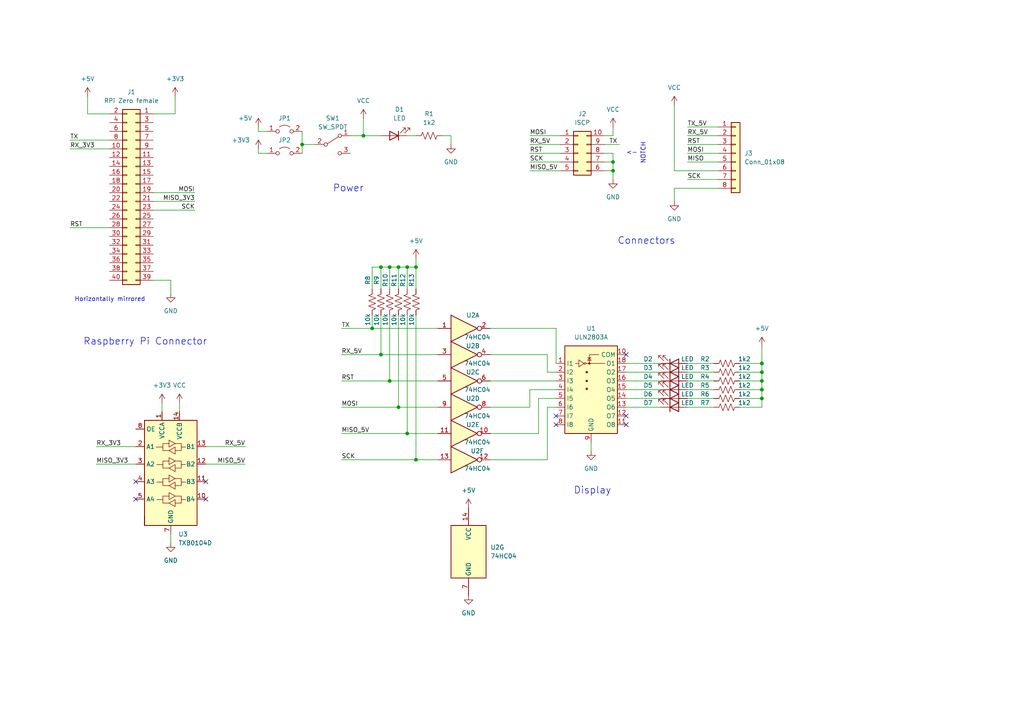
<source format=kicad_sch>
(kicad_sch (version 20230121) (generator eeschema)
  (paper "A4")
  (lib_symbols
    (symbol "74xx:74HC04"
      (property "Reference" "U" (at 0 1.27 0))
      (property "Value" "74HC04" (at 0 -1.27 0))
      (symbol "74HC04_1_0"
        (polyline (pts (xy -3.81 3.81) (xy -3.81 -3.81) (xy 3.81 0) (xy -3.81 3.81)) (stroke (width 0.254)) (fill (type background)))
        (pin input line (at -7.62 0 0) (length 3.81) (name "~") (number "1"))
        (pin output inverted (at 7.62 0 180) (length 3.81) (name "~") (number "2"))
      )
      (symbol "74HC04_2_0"
        (polyline (pts (xy -3.81 3.81) (xy -3.81 -3.81) (xy 3.81 0) (xy -3.81 3.81)) (stroke (width 0.254)) (fill (type background)))
        (pin input line (at -7.62 0 0) (length 3.81) (name "~") (number "3"))
        (pin output inverted (at 7.62 0 180) (length 3.81) (name "~") (number "4"))
      )
      (symbol "74HC04_3_0"
        (polyline (pts (xy -3.81 3.81) (xy -3.81 -3.81) (xy 3.81 0) (xy -3.81 3.81)) (stroke (width 0.254)) (fill (type background)))
        (pin input line (at -7.62 0 0) (length 3.81) (name "~") (number "5"))
        (pin output inverted (at 7.62 0 180) (length 3.81) (name "~") (number "6"))
      )
      (symbol "74HC04_4_0"
        (polyline (pts (xy -3.81 3.81) (xy -3.81 -3.81) (xy 3.81 0) (xy -3.81 3.81)) (stroke (width 0.254)) (fill (type background)))
        (pin output inverted (at 7.62 0 180) (length 3.81) (name "~") (number "8"))
        (pin input line (at -7.62 0 0) (length 3.81) (name "~") (number "9"))
      )
      (symbol "74HC04_5_0"
        (polyline (pts (xy -3.81 3.81) (xy -3.81 -3.81) (xy 3.81 0) (xy -3.81 3.81)) (stroke (width 0.254)) (fill (type background)))
        (pin output inverted (at 7.62 0 180) (length 3.81) (name "~") (number "10"))
        (pin input line (at -7.62 0 0) (length 3.81) (name "~") (number "11"))
      )
      (symbol "74HC04_6_0"
        (polyline (pts (xy -3.81 3.81) (xy -3.81 -3.81) (xy 3.81 0) (xy -3.81 3.81)) (stroke (width 0.254)) (fill (type background)))
        (pin output inverted (at 7.62 0 180) (length 3.81) (name "~") (number "12"))
        (pin input line (at -7.62 0 0) (length 3.81) (name "~") (number "13"))
      )
      (symbol "74HC04_7_0"
        (pin power_in line (at 0 12.7 270) (length 5.08) (name "VCC") (number "14"))
        (pin power_in line (at 0 -12.7 90) (length 5.08) (name "GND") (number "7"))
      )
      (symbol "74HC04_7_1"
        (rectangle (start -5.08 7.62) (end 5.08 -7.62) (stroke (width 0.254)) (fill (type background)))
      )
    )
    (symbol "Connector_Generic:Conn_01x08" (pin_names (offset 1.016) hide)
      (property "Reference" "J" (at 0 10.16 0))
      (property "Value" "Conn_01x08" (at 0 -12.7 0))
      (symbol "Conn_01x08_1_1"
        (rectangle (start -1.27 -10.033) (end 0 -10.287) (stroke (width 0.1524)))
        (rectangle (start -1.27 -7.493) (end 0 -7.747) (stroke (width 0.1524)))
        (rectangle (start -1.27 -4.953) (end 0 -5.207) (stroke (width 0.1524)))
        (rectangle (start -1.27 -2.413) (end 0 -2.667) (stroke (width 0.1524)))
        (rectangle (start -1.27 0.127) (end 0 -0.127) (stroke (width 0.1524)))
        (rectangle (start -1.27 2.667) (end 0 2.413) (stroke (width 0.1524)))
        (rectangle (start -1.27 5.207) (end 0 4.953) (stroke (width 0.1524)))
        (rectangle (start -1.27 7.747) (end 0 7.493) (stroke (width 0.1524)))
        (rectangle (start -1.27 8.89) (end 1.27 -11.43) (stroke (width 0.254)) (fill (type background)))
        (pin passive line (at -5.08 7.62 0) (length 3.81) (name "Pin_1") (number "1"))
        (pin passive line (at -5.08 5.08 0) (length 3.81) (name "Pin_2") (number "2"))
        (pin passive line (at -5.08 2.54 0) (length 3.81) (name "Pin_3") (number "3"))
        (pin passive line (at -5.08 0 0) (length 3.81) (name "Pin_4") (number "4"))
        (pin passive line (at -5.08 -2.54 0) (length 3.81) (name "Pin_5") (number "5"))
        (pin passive line (at -5.08 -5.08 0) (length 3.81) (name "Pin_6") (number "6"))
        (pin passive line (at -5.08 -7.62 0) (length 3.81) (name "Pin_7") (number "7"))
        (pin passive line (at -5.08 -10.16 0) (length 3.81) (name "Pin_8") (number "8"))
      )
    )
    (symbol "Connector_Generic:Conn_02x05_Counter_Clockwise" (pin_names (offset 1.016) hide)
      (property "Reference" "J" (at 1.27 7.62 0))
      (property "Value" "Conn_02x05_Counter_Clockwise" (at 1.27 -7.62 0))
      (symbol "Conn_02x05_Counter_Clockwise_1_1"
        (rectangle (start -1.27 -4.953) (end 0 -5.207) (stroke (width 0.1524)))
        (rectangle (start -1.27 -2.413) (end 0 -2.667) (stroke (width 0.1524)))
        (rectangle (start -1.27 0.127) (end 0 -0.127) (stroke (width 0.1524)))
        (rectangle (start -1.27 2.667) (end 0 2.413) (stroke (width 0.1524)))
        (rectangle (start -1.27 5.207) (end 0 4.953) (stroke (width 0.1524)))
        (rectangle (start -1.27 6.35) (end 3.81 -6.35) (stroke (width 0.254)) (fill (type background)))
        (rectangle (start 3.81 -4.953) (end 2.54 -5.207) (stroke (width 0.1524)))
        (rectangle (start 3.81 -2.413) (end 2.54 -2.667) (stroke (width 0.1524)))
        (rectangle (start 3.81 0.127) (end 2.54 -0.127) (stroke (width 0.1524)))
        (rectangle (start 3.81 2.667) (end 2.54 2.413) (stroke (width 0.1524)))
        (rectangle (start 3.81 5.207) (end 2.54 4.953) (stroke (width 0.1524)))
        (pin passive line (at -5.08 5.08 0) (length 3.81) (name "Pin_1") (number "1"))
        (pin passive line (at 7.62 5.08 180) (length 3.81) (name "Pin_10") (number "10"))
        (pin passive line (at -5.08 2.54 0) (length 3.81) (name "Pin_2") (number "2"))
        (pin passive line (at -5.08 0 0) (length 3.81) (name "Pin_3") (number "3"))
        (pin passive line (at -5.08 -2.54 0) (length 3.81) (name "Pin_4") (number "4"))
        (pin passive line (at -5.08 -5.08 0) (length 3.81) (name "Pin_5") (number "5"))
        (pin passive line (at 7.62 -5.08 180) (length 3.81) (name "Pin_6") (number "6"))
        (pin passive line (at 7.62 -2.54 180) (length 3.81) (name "Pin_7") (number "7"))
        (pin passive line (at 7.62 0 180) (length 3.81) (name "Pin_8") (number "8"))
        (pin passive line (at 7.62 2.54 180) (length 3.81) (name "Pin_9") (number "9"))
      )
    )
    (symbol "Connector_Generic:Conn_02x20_Odd_Even" (pin_names (offset 1.016) hide)
      (property "Reference" "J" (at 1.27 25.4 0))
      (property "Value" "Conn_02x20_Odd_Even" (at 1.27 -27.94 0))
      (symbol "Conn_02x20_Odd_Even_1_1"
        (rectangle (start -1.27 -25.273) (end 0 -25.527) (stroke (width 0.1524)))
        (rectangle (start -1.27 -22.733) (end 0 -22.987) (stroke (width 0.1524)))
        (rectangle (start -1.27 -20.193) (end 0 -20.447) (stroke (width 0.1524)))
        (rectangle (start -1.27 -17.653) (end 0 -17.907) (stroke (width 0.1524)))
        (rectangle (start -1.27 -15.113) (end 0 -15.367) (stroke (width 0.1524)))
        (rectangle (start -1.27 -12.573) (end 0 -12.827) (stroke (width 0.1524)))
        (rectangle (start -1.27 -10.033) (end 0 -10.287) (stroke (width 0.1524)))
        (rectangle (start -1.27 -7.493) (end 0 -7.747) (stroke (width 0.1524)))
        (rectangle (start -1.27 -4.953) (end 0 -5.207) (stroke (width 0.1524)))
        (rectangle (start -1.27 -2.413) (end 0 -2.667) (stroke (width 0.1524)))
        (rectangle (start -1.27 0.127) (end 0 -0.127) (stroke (width 0.1524)))
        (rectangle (start -1.27 2.667) (end 0 2.413) (stroke (width 0.1524)))
        (rectangle (start -1.27 5.207) (end 0 4.953) (stroke (width 0.1524)))
        (rectangle (start -1.27 7.747) (end 0 7.493) (stroke (width 0.1524)))
        (rectangle (start -1.27 10.287) (end 0 10.033) (stroke (width 0.1524)))
        (rectangle (start -1.27 12.827) (end 0 12.573) (stroke (width 0.1524)))
        (rectangle (start -1.27 15.367) (end 0 15.113) (stroke (width 0.1524)))
        (rectangle (start -1.27 17.907) (end 0 17.653) (stroke (width 0.1524)))
        (rectangle (start -1.27 20.447) (end 0 20.193) (stroke (width 0.1524)))
        (rectangle (start -1.27 22.987) (end 0 22.733) (stroke (width 0.1524)))
        (rectangle (start -1.27 24.13) (end 3.81 -26.67) (stroke (width 0.254)) (fill (type background)))
        (rectangle (start 3.81 -25.273) (end 2.54 -25.527) (stroke (width 0.1524)))
        (rectangle (start 3.81 -22.733) (end 2.54 -22.987) (stroke (width 0.1524)))
        (rectangle (start 3.81 -20.193) (end 2.54 -20.447) (stroke (width 0.1524)))
        (rectangle (start 3.81 -17.653) (end 2.54 -17.907) (stroke (width 0.1524)))
        (rectangle (start 3.81 -15.113) (end 2.54 -15.367) (stroke (width 0.1524)))
        (rectangle (start 3.81 -12.573) (end 2.54 -12.827) (stroke (width 0.1524)))
        (rectangle (start 3.81 -10.033) (end 2.54 -10.287) (stroke (width 0.1524)))
        (rectangle (start 3.81 -7.493) (end 2.54 -7.747) (stroke (width 0.1524)))
        (rectangle (start 3.81 -4.953) (end 2.54 -5.207) (stroke (width 0.1524)))
        (rectangle (start 3.81 -2.413) (end 2.54 -2.667) (stroke (width 0.1524)))
        (rectangle (start 3.81 0.127) (end 2.54 -0.127) (stroke (width 0.1524)))
        (rectangle (start 3.81 2.667) (end 2.54 2.413) (stroke (width 0.1524)))
        (rectangle (start 3.81 5.207) (end 2.54 4.953) (stroke (width 0.1524)))
        (rectangle (start 3.81 7.747) (end 2.54 7.493) (stroke (width 0.1524)))
        (rectangle (start 3.81 10.287) (end 2.54 10.033) (stroke (width 0.1524)))
        (rectangle (start 3.81 12.827) (end 2.54 12.573) (stroke (width 0.1524)))
        (rectangle (start 3.81 15.367) (end 2.54 15.113) (stroke (width 0.1524)))
        (rectangle (start 3.81 17.907) (end 2.54 17.653) (stroke (width 0.1524)))
        (rectangle (start 3.81 20.447) (end 2.54 20.193) (stroke (width 0.1524)))
        (rectangle (start 3.81 22.987) (end 2.54 22.733) (stroke (width 0.1524)))
        (pin passive line (at -5.08 22.86 0) (length 3.81) (name "Pin_1") (number "1"))
        (pin passive line (at 7.62 12.7 180) (length 3.81) (name "Pin_10") (number "10"))
        (pin passive line (at -5.08 10.16 0) (length 3.81) (name "Pin_11") (number "11"))
        (pin passive line (at 7.62 10.16 180) (length 3.81) (name "Pin_12") (number "12"))
        (pin passive line (at -5.08 7.62 0) (length 3.81) (name "Pin_13") (number "13"))
        (pin passive line (at 7.62 7.62 180) (length 3.81) (name "Pin_14") (number "14"))
        (pin passive line (at -5.08 5.08 0) (length 3.81) (name "Pin_15") (number "15"))
        (pin passive line (at 7.62 5.08 180) (length 3.81) (name "Pin_16") (number "16"))
        (pin passive line (at -5.08 2.54 0) (length 3.81) (name "Pin_17") (number "17"))
        (pin passive line (at 7.62 2.54 180) (length 3.81) (name "Pin_18") (number "18"))
        (pin passive line (at -5.08 0 0) (length 3.81) (name "Pin_19") (number "19"))
        (pin passive line (at 7.62 22.86 180) (length 3.81) (name "Pin_2") (number "2"))
        (pin passive line (at 7.62 0 180) (length 3.81) (name "Pin_20") (number "20"))
        (pin passive line (at -5.08 -2.54 0) (length 3.81) (name "Pin_21") (number "21"))
        (pin passive line (at 7.62 -2.54 180) (length 3.81) (name "Pin_22") (number "22"))
        (pin passive line (at -5.08 -5.08 0) (length 3.81) (name "Pin_23") (number "23"))
        (pin passive line (at 7.62 -5.08 180) (length 3.81) (name "Pin_24") (number "24"))
        (pin passive line (at -5.08 -7.62 0) (length 3.81) (name "Pin_25") (number "25"))
        (pin passive line (at 7.62 -7.62 180) (length 3.81) (name "Pin_26") (number "26"))
        (pin passive line (at -5.08 -10.16 0) (length 3.81) (name "Pin_27") (number "27"))
        (pin passive line (at 7.62 -10.16 180) (length 3.81) (name "Pin_28") (number "28"))
        (pin passive line (at -5.08 -12.7 0) (length 3.81) (name "Pin_29") (number "29"))
        (pin passive line (at -5.08 20.32 0) (length 3.81) (name "Pin_3") (number "3"))
        (pin passive line (at 7.62 -12.7 180) (length 3.81) (name "Pin_30") (number "30"))
        (pin passive line (at -5.08 -15.24 0) (length 3.81) (name "Pin_31") (number "31"))
        (pin passive line (at 7.62 -15.24 180) (length 3.81) (name "Pin_32") (number "32"))
        (pin passive line (at -5.08 -17.78 0) (length 3.81) (name "Pin_33") (number "33"))
        (pin passive line (at 7.62 -17.78 180) (length 3.81) (name "Pin_34") (number "34"))
        (pin passive line (at -5.08 -20.32 0) (length 3.81) (name "Pin_35") (number "35"))
        (pin passive line (at 7.62 -20.32 180) (length 3.81) (name "Pin_36") (number "36"))
        (pin passive line (at -5.08 -22.86 0) (length 3.81) (name "Pin_37") (number "37"))
        (pin passive line (at 7.62 -22.86 180) (length 3.81) (name "Pin_38") (number "38"))
        (pin passive line (at -5.08 -25.4 0) (length 3.81) (name "Pin_39") (number "39"))
        (pin passive line (at 7.62 20.32 180) (length 3.81) (name "Pin_4") (number "4"))
        (pin passive line (at 7.62 -25.4 180) (length 3.81) (name "Pin_40") (number "40"))
        (pin passive line (at -5.08 17.78 0) (length 3.81) (name "Pin_5") (number "5"))
        (pin passive line (at 7.62 17.78 180) (length 3.81) (name "Pin_6") (number "6"))
        (pin passive line (at -5.08 15.24 0) (length 3.81) (name "Pin_7") (number "7"))
        (pin passive line (at 7.62 15.24 180) (length 3.81) (name "Pin_8") (number "8"))
        (pin passive line (at -5.08 12.7 0) (length 3.81) (name "Pin_9") (number "9"))
      )
    )
    (symbol "Device:LED" (pin_numbers hide) (pin_names (offset 1.016) hide)
      (property "Reference" "D" (at 0 2.54 0))
      (property "Value" "LED" (at 0 -2.54 0))
      (symbol "LED_0_1"
        (polyline (pts (xy -1.27 -1.27) (xy -1.27 1.27)) (stroke (width 0.254)))
        (polyline (pts (xy -1.27 0) (xy 1.27 0)))
        (polyline (pts (xy 1.27 -1.27) (xy 1.27 1.27) (xy -1.27 0) (xy 1.27 -1.27)) (stroke (width 0.254)))
        (polyline (pts (xy -3.048 -0.762) (xy -4.572 -2.286) (xy -3.81 -2.286) (xy -4.572 -2.286) (xy -4.572 -1.524)))
        (polyline (pts (xy -1.778 -0.762) (xy -3.302 -2.286) (xy -2.54 -2.286) (xy -3.302 -2.286) (xy -3.302 -1.524)))
      )
      (symbol "LED_1_1"
        (pin passive line (at -3.81 0 0) (length 2.54) (name "K") (number "1"))
        (pin passive line (at 3.81 0 180) (length 2.54) (name "A") (number "2"))
      )
    )
    (symbol "Device:R_US" (pin_numbers hide) (pin_names (offset 0))
      (property "Reference" "R" (at 2.54 0 90))
      (property "Value" "R_US" (at -2.54 0 90))
      (symbol "R_US_0_1"
        (polyline (pts (xy 0 -2.286) (xy 0 -2.54)))
        (polyline (pts (xy 0 2.286) (xy 0 2.54)))
        (polyline (pts (xy 0 -0.762) (xy 1.016 -1.143) (xy 0 -1.524) (xy -1.016 -1.905) (xy 0 -2.286)))
        (polyline (pts (xy 0 0.762) (xy 1.016 0.381) (xy 0 0) (xy -1.016 -0.381) (xy 0 -0.762)))
        (polyline (pts (xy 0 2.286) (xy 1.016 1.905) (xy 0 1.524) (xy -1.016 1.143) (xy 0 0.762)))
      )
      (symbol "R_US_1_1"
        (pin passive line (at 0 3.81 270) (length 1.27) (name "~") (number "1"))
        (pin passive line (at 0 -3.81 90) (length 1.27) (name "~") (number "2"))
      )
    )
    (symbol "Jumper:Jumper_2_Open" (pin_names (offset 0) hide)
      (property "Reference" "JP" (at 0 2.794 0))
      (property "Value" "Jumper_2_Open" (at 0 -2.286 0))
      (symbol "Jumper_2_Open_0_0"
        (circle (center -2.032 0) (radius 0.508))
        (circle (center 2.032 0) (radius 0.508))
      )
      (symbol "Jumper_2_Open_0_1"
        (arc (start 1.524 1.27) (mid 0 1.778) (end -1.524 1.27))
      )
      (symbol "Jumper_2_Open_1_1"
        (pin passive line (at -5.08 0 0) (length 2.54) (name "A") (number "1"))
        (pin passive line (at 5.08 0 180) (length 2.54) (name "B") (number "2"))
      )
    )
    (symbol "Logic_LevelTranslator:TXB0104D"
      (property "Reference" "U" (at -6.35 16.51 0))
      (property "Value" "TXB0104D" (at 3.81 16.51 0))
      (symbol "TXB0104D_0_1"
        (rectangle (start -7.62 -15.24) (end -7.62 -12.7) (stroke (width 0.254)))
        (rectangle (start -7.62 15.24) (end 7.62 -15.24) (stroke (width 0.254)) (fill (type background)))
        (polyline (pts (xy -2.286 -7.747) (xy -2.286 -6.731) (xy -0.508 -6.731)))
        (polyline (pts (xy -2.286 -2.667) (xy -2.286 -1.651) (xy -0.508 -1.651)))
        (polyline (pts (xy -2.286 2.413) (xy -2.286 3.429) (xy -0.508 3.429)))
        (polyline (pts (xy -2.286 7.493) (xy -2.286 8.509) (xy -0.508 8.509)))
        (polyline (pts (xy 3.048 -7.747) (xy 3.048 -8.763) (xy 1.27 -8.763)))
        (polyline (pts (xy 3.048 -2.667) (xy 3.048 -3.683) (xy 1.27 -3.683)))
        (polyline (pts (xy 3.048 2.413) (xy 3.048 1.397) (xy 1.27 1.397)))
        (polyline (pts (xy 3.048 7.493) (xy 3.048 6.477) (xy 1.27 6.477)))
        (polyline (pts (xy -0.508 -8.763) (xy -2.286 -8.763) (xy -2.286 -7.747) (xy -4.064 -7.747)))
        (polyline (pts (xy -0.508 -8.763) (xy 1.27 -7.747) (xy 1.27 -9.779) (xy -0.508 -8.763)))
        (polyline (pts (xy -0.508 -3.683) (xy -2.286 -3.683) (xy -2.286 -2.667) (xy -4.064 -2.667)))
        (polyline (pts (xy -0.508 -3.683) (xy 1.27 -2.667) (xy 1.27 -4.699) (xy -0.508 -3.683)))
        (polyline (pts (xy -0.508 1.397) (xy -2.286 1.397) (xy -2.286 2.413) (xy -4.064 2.413)))
        (polyline (pts (xy -0.508 1.397) (xy 1.27 2.413) (xy 1.27 0.381) (xy -0.508 1.397)))
        (polyline (pts (xy -0.508 6.477) (xy -2.286 6.477) (xy -2.286 7.493) (xy -4.318 7.493)))
        (polyline (pts (xy -0.508 6.477) (xy 1.27 7.493) (xy 1.27 5.461) (xy -0.508 6.477)))
        (polyline (pts (xy 1.27 -6.731) (xy -0.508 -7.747) (xy -0.508 -5.715) (xy 1.27 -6.731)))
        (polyline (pts (xy 1.27 -6.731) (xy 3.048 -6.731) (xy 3.048 -7.747) (xy 4.318 -7.747)))
        (polyline (pts (xy 1.27 -1.651) (xy -0.508 -2.667) (xy -0.508 -0.635) (xy 1.27 -1.651)))
        (polyline (pts (xy 1.27 -1.651) (xy 3.048 -1.651) (xy 3.048 -2.667) (xy 4.318 -2.667)))
        (polyline (pts (xy 1.27 3.429) (xy -0.508 2.413) (xy -0.508 4.445) (xy 1.27 3.429)))
        (polyline (pts (xy 1.27 3.429) (xy 3.048 3.429) (xy 3.048 2.413) (xy 4.318 2.413)))
        (polyline (pts (xy 1.27 8.509) (xy -0.508 7.493) (xy -0.508 9.525) (xy 1.27 8.509)))
        (polyline (pts (xy 1.27 8.509) (xy 3.048 8.509) (xy 3.048 7.493) (xy 4.318 7.493)))
      )
      (symbol "TXB0104D_1_1"
        (pin power_in line (at -2.54 17.78 270) (length 2.54) (name "VCCA") (number "1"))
        (pin bidirectional line (at 10.16 -7.62 180) (length 2.54) (name "B4") (number "10"))
        (pin bidirectional line (at 10.16 -2.54 180) (length 2.54) (name "B3") (number "11"))
        (pin bidirectional line (at 10.16 2.54 180) (length 2.54) (name "B2") (number "12"))
        (pin bidirectional line (at 10.16 7.62 180) (length 2.54) (name "B1") (number "13"))
        (pin power_in line (at 2.54 17.78 270) (length 2.54) (name "VCCB") (number "14"))
        (pin bidirectional line (at -10.16 7.62 0) (length 2.54) (name "A1") (number "2"))
        (pin bidirectional line (at -10.16 2.54 0) (length 2.54) (name "A2") (number "3"))
        (pin bidirectional line (at -10.16 -2.54 0) (length 2.54) (name "A3") (number "4"))
        (pin bidirectional line (at -10.16 -7.62 0) (length 2.54) (name "A4") (number "5"))
        (pin no_connect line (at -7.62 -12.7 0) (length 2.54) hide (name "NC") (number "6"))
        (pin power_in line (at 0 -17.78 90) (length 2.54) (name "GND") (number "7"))
        (pin input line (at -10.16 12.7 0) (length 2.54) (name "OE") (number "8"))
        (pin no_connect line (at 7.62 -12.7 180) (length 2.54) hide (name "NC") (number "9"))
      )
    )
    (symbol "Switch:SW_SPDT" (pin_names (offset 0) hide)
      (property "Reference" "SW" (at 0 4.318 0))
      (property "Value" "SW_SPDT" (at 0 -5.08 0))
      (symbol "SW_SPDT_0_0"
        (circle (center -2.032 0) (radius 0.508))
        (circle (center 2.032 -2.54) (radius 0.508))
      )
      (symbol "SW_SPDT_0_1"
        (polyline (pts (xy -1.524 0.254) (xy 1.651 2.286)))
        (circle (center 2.032 2.54) (radius 0.508))
      )
      (symbol "SW_SPDT_1_1"
        (pin passive line (at 5.08 2.54 180) (length 2.54) (name "A") (number "1"))
        (pin passive line (at -5.08 0 0) (length 2.54) (name "B") (number "2"))
        (pin passive line (at 5.08 -2.54 180) (length 2.54) (name "C") (number "3"))
      )
    )
    (symbol "Transistor_Array:ULN2803A"
      (property "Reference" "U" (at 0 13.335 0))
      (property "Value" "ULN2803A" (at 0 11.43 0))
      (symbol "ULN2803A_0_1"
        (rectangle (start -7.62 -15.24) (end 7.62 10.16) (stroke (width 0.254)) (fill (type background)))
        (circle (center -1.778 5.08) (radius 0.254))
        (circle (center -1.27 -2.286) (radius 0.254) (fill (type outline)))
        (circle (center -1.27 0) (radius 0.254) (fill (type outline)))
        (circle (center -1.27 2.54) (radius 0.254) (fill (type outline)))
        (circle (center -0.508 5.08) (radius 0.254) (fill (type outline)))
        (polyline (pts (xy -4.572 5.08) (xy -3.556 5.08)))
        (polyline (pts (xy -1.524 5.08) (xy 4.064 5.08)))
        (polyline (pts (xy 0 6.731) (xy -1.016 6.731)))
        (polyline (pts (xy -0.508 5.08) (xy -0.508 7.62) (xy 2.286 7.62)))
        (polyline (pts (xy -3.556 6.096) (xy -3.556 4.064) (xy -2.032 5.08) (xy -3.556 6.096)))
        (polyline (pts (xy 0 5.969) (xy -1.016 5.969) (xy -0.508 6.731) (xy 0 5.969)))
      )
      (symbol "ULN2803A_1_1"
        (pin input line (at -10.16 5.08 0) (length 2.54) (name "I1") (number "1"))
        (pin passive line (at 10.16 7.62 180) (length 2.54) (name "COM") (number "10"))
        (pin open_collector line (at 10.16 -12.7 180) (length 2.54) (name "O8") (number "11"))
        (pin open_collector line (at 10.16 -10.16 180) (length 2.54) (name "O7") (number "12"))
        (pin open_collector line (at 10.16 -7.62 180) (length 2.54) (name "O6") (number "13"))
        (pin open_collector line (at 10.16 -5.08 180) (length 2.54) (name "O5") (number "14"))
        (pin open_collector line (at 10.16 -2.54 180) (length 2.54) (name "O4") (number "15"))
        (pin open_collector line (at 10.16 0 180) (length 2.54) (name "O3") (number "16"))
        (pin open_collector line (at 10.16 2.54 180) (length 2.54) (name "O2") (number "17"))
        (pin open_collector line (at 10.16 5.08 180) (length 2.54) (name "O1") (number "18"))
        (pin input line (at -10.16 2.54 0) (length 2.54) (name "I2") (number "2"))
        (pin input line (at -10.16 0 0) (length 2.54) (name "I3") (number "3"))
        (pin input line (at -10.16 -2.54 0) (length 2.54) (name "I4") (number "4"))
        (pin input line (at -10.16 -5.08 0) (length 2.54) (name "I5") (number "5"))
        (pin input line (at -10.16 -7.62 0) (length 2.54) (name "I6") (number "6"))
        (pin input line (at -10.16 -10.16 0) (length 2.54) (name "I7") (number "7"))
        (pin input line (at -10.16 -12.7 0) (length 2.54) (name "I8") (number "8"))
        (pin power_in line (at 0 -17.78 90) (length 2.54) (name "GND") (number "9"))
      )
    )
    (symbol "power:+3V3" (power) (pin_names (offset 0))
      (property "Value" "+3V3" (at 0 3.556 0))
      (symbol "+3V3_0_1"
        (polyline (pts (xy -0.762 1.27) (xy 0 2.54)))
        (polyline (pts (xy 0 0) (xy 0 2.54)))
        (polyline (pts (xy 0 2.54) (xy 0.762 1.27)))
      )
      (symbol "+3V3_1_1"
        (pin power_in line (at 0 0 90) (length 0) hide (name "+3V3") (number "1"))
      )
    )
    (symbol "power:+5V" (power) (pin_names (offset 0))
      (property "Value" "+5V" (at 0 3.556 0))
      (symbol "+5V_0_1"
        (polyline (pts (xy -0.762 1.27) (xy 0 2.54)))
        (polyline (pts (xy 0 0) (xy 0 2.54)))
        (polyline (pts (xy 0 2.54) (xy 0.762 1.27)))
      )
      (symbol "+5V_1_1"
        (pin power_in line (at 0 0 90) (length 0) hide (name "+5V") (number "1"))
      )
    )
    (symbol "power:GND" (power) (pin_names (offset 0))
      (property "Value" "GND" (at 0 -3.81 0))
      (symbol "GND_0_1"
        (polyline (pts (xy 0 0) (xy 0 -1.27) (xy 1.27 -1.27) (xy 0 -2.54) (xy -1.27 -1.27) (xy 0 -1.27)))
      )
      (symbol "GND_1_1"
        (pin power_in line (at 0 0 270) (length 0) hide (name "GND") (number "1"))
      )
    )
    (symbol "power:VCC" (power) (pin_names (offset 0))
      (property "Value" "VCC" (at 0 3.81 0))
      (symbol "VCC_0_1"
        (polyline (pts (xy -0.762 1.27) (xy 0 2.54)))
        (polyline (pts (xy 0 0) (xy 0 2.54)))
        (polyline (pts (xy 0 2.54) (xy 0.762 1.27)))
      )
      (symbol "VCC_1_1"
        (pin power_in line (at 0 0 90) (length 0) hide (name "VCC") (number "1"))
      )
    )
  )
  (junction (at 220.98 115.57))
  (junction (at 220.98 105.41))
  (junction (at 115.57 118.11))
  (junction (at 118.11 125.73))
  (junction (at 105.41 39.37))
  (junction (at 220.98 110.49))
  (junction (at 177.8 49.53))
  (junction (at 87.63 41.91))
  (junction (at 118.11 77.47))
  (junction (at 113.03 110.49))
  (junction (at 113.03 77.47))
  (junction (at 107.95 95.25))
  (junction (at 220.98 113.03))
  (junction (at 177.8 46.99))
  (junction (at 220.98 107.95))
  (junction (at 110.49 102.87))
  (junction (at 120.65 77.47))
  (junction (at 120.65 133.35))
  (junction (at 110.49 77.47))
  (junction (at 115.57 77.47))
  (no_connect (at 181.61 102.87))
  (no_connect (at 59.69 144.78))
  (no_connect (at 39.37 144.78))
  (no_connect (at 181.61 123.19))
  (no_connect (at 59.69 139.7))
  (no_connect (at 181.61 120.65))
  (no_connect (at 161.29 120.65))
  (no_connect (at 39.37 139.7))
  (no_connect (at 161.29 123.19))
  (wire (pts (xy 115.57 77.47) (xy 118.11 77.47)))
  (wire (pts (xy 115.57 91.44) (xy 115.57 118.11)))
  (wire (pts (xy 181.61 110.49) (xy 191.77 110.49)))
  (wire (pts (xy 87.63 38.1) (xy 87.63 41.91)))
  (wire (pts (xy 50.8 33.02) (xy 44.45 33.02)))
  (wire (pts (xy 195.58 54.61) (xy 195.58 58.42)))
  (wire (pts (xy 199.39 44.45) (xy 208.28 44.45)))
  (wire (pts (xy 153.67 39.37) (xy 162.56 39.37)))
  (wire (pts (xy 177.8 46.99) (xy 177.8 49.53)))
  (wire (pts (xy 171.45 128.27) (xy 171.45 130.81)))
  (wire (pts (xy 181.61 113.03) (xy 191.77 113.03)))
  (wire (pts (xy 153.67 41.91) (xy 162.56 41.91)))
  (wire (pts (xy 110.49 102.87) (xy 127 102.87)))
  (wire (pts (xy 177.8 44.45) (xy 177.8 46.99)))
  (wire (pts (xy 99.06 133.35) (xy 120.65 133.35)))
  (wire (pts (xy 99.06 95.25) (xy 107.95 95.25)))
  (wire (pts (xy 220.98 107.95) (xy 220.98 110.49)))
  (wire (pts (xy 220.98 110.49) (xy 220.98 113.03)))
  (wire (pts (xy 158.75 118.11) (xy 161.29 118.11)))
  (wire (pts (xy 113.03 77.47) (xy 115.57 77.47)))
  (wire (pts (xy 107.95 77.47) (xy 110.49 77.47)))
  (wire (pts (xy 214.63 105.41) (xy 220.98 105.41)))
  (wire (pts (xy 199.39 39.37) (xy 208.28 39.37)))
  (wire (pts (xy 195.58 30.48) (xy 195.58 49.53)))
  (wire (pts (xy 199.39 52.07) (xy 208.28 52.07)))
  (wire (pts (xy 142.24 95.25) (xy 161.29 95.25)))
  (wire (pts (xy 20.32 43.18) (xy 31.75 43.18)))
  (wire (pts (xy 71.12 129.54) (xy 59.69 129.54)))
  (wire (pts (xy 214.63 113.03) (xy 220.98 113.03)))
  (wire (pts (xy 220.98 115.57) (xy 220.98 118.11)))
  (wire (pts (xy 175.26 46.99) (xy 177.8 46.99)))
  (wire (pts (xy 199.39 110.49) (xy 207.01 110.49)))
  (wire (pts (xy 99.06 125.73) (xy 118.11 125.73)))
  (wire (pts (xy 99.06 102.87) (xy 110.49 102.87)))
  (wire (pts (xy 71.12 134.62) (xy 59.69 134.62)))
  (wire (pts (xy 74.93 43.18) (xy 74.93 44.45)))
  (wire (pts (xy 120.65 77.47) (xy 120.65 83.82)))
  (wire (pts (xy 199.39 118.11) (xy 207.01 118.11)))
  (wire (pts (xy 107.95 95.25) (xy 127 95.25)))
  (wire (pts (xy 153.67 46.99) (xy 162.56 46.99)))
  (wire (pts (xy 175.26 41.91) (xy 179.705 41.91)))
  (wire (pts (xy 214.63 118.11) (xy 220.98 118.11)))
  (wire (pts (xy 118.11 39.37) (xy 120.65 39.37)))
  (wire (pts (xy 49.53 85.09) (xy 49.53 81.28)))
  (wire (pts (xy 161.29 95.25) (xy 161.29 105.41)))
  (wire (pts (xy 153.67 118.11) (xy 153.67 113.03)))
  (wire (pts (xy 27.94 134.62) (xy 39.37 134.62)))
  (wire (pts (xy 199.39 46.99) (xy 208.28 46.99)))
  (wire (pts (xy 130.81 41.91) (xy 130.81 39.37)))
  (wire (pts (xy 214.63 110.49) (xy 220.98 110.49)))
  (wire (pts (xy 110.49 77.47) (xy 113.03 77.47)))
  (wire (pts (xy 113.03 77.47) (xy 113.03 83.82)))
  (wire (pts (xy 118.11 77.47) (xy 120.65 77.47)))
  (wire (pts (xy 195.58 54.61) (xy 208.28 54.61)))
  (wire (pts (xy 87.63 41.91) (xy 91.44 41.91)))
  (wire (pts (xy 99.06 110.49) (xy 113.03 110.49)))
  (wire (pts (xy 120.65 91.44) (xy 120.65 133.35)))
  (wire (pts (xy 158.75 102.87) (xy 158.75 107.95)))
  (wire (pts (xy 199.39 113.03) (xy 207.01 113.03)))
  (wire (pts (xy 74.93 44.45) (xy 77.47 44.45)))
  (wire (pts (xy 120.65 133.35) (xy 127 133.35)))
  (wire (pts (xy 158.75 133.35) (xy 158.75 118.11)))
  (wire (pts (xy 50.8 27.94) (xy 50.8 33.02)))
  (wire (pts (xy 142.24 102.87) (xy 158.75 102.87)))
  (wire (pts (xy 46.99 116.84) (xy 46.99 119.38)))
  (wire (pts (xy 107.95 91.44) (xy 107.95 95.25)))
  (wire (pts (xy 56.515 58.42) (xy 44.45 58.42)))
  (wire (pts (xy 49.53 81.28) (xy 44.45 81.28)))
  (wire (pts (xy 156.21 125.73) (xy 156.21 115.57)))
  (wire (pts (xy 177.8 39.37) (xy 175.26 39.37)))
  (wire (pts (xy 199.39 115.57) (xy 207.01 115.57)))
  (wire (pts (xy 118.11 91.44) (xy 118.11 125.73)))
  (wire (pts (xy 153.67 113.03) (xy 161.29 113.03)))
  (wire (pts (xy 20.32 40.64) (xy 31.75 40.64)))
  (wire (pts (xy 99.06 118.11) (xy 115.57 118.11)))
  (wire (pts (xy 120.65 74.93) (xy 120.65 77.47)))
  (wire (pts (xy 118.11 125.73) (xy 127 125.73)))
  (wire (pts (xy 220.98 105.41) (xy 220.98 107.95)))
  (wire (pts (xy 220.98 113.03) (xy 220.98 115.57)))
  (wire (pts (xy 27.94 129.54) (xy 39.37 129.54)))
  (wire (pts (xy 56.515 60.96) (xy 44.45 60.96)))
  (wire (pts (xy 115.57 118.11) (xy 127 118.11)))
  (wire (pts (xy 142.24 133.35) (xy 158.75 133.35)))
  (wire (pts (xy 142.24 110.49) (xy 161.29 110.49)))
  (wire (pts (xy 25.4 33.02) (xy 31.75 33.02)))
  (wire (pts (xy 153.67 44.45) (xy 162.56 44.45)))
  (wire (pts (xy 177.8 49.53) (xy 175.26 49.53)))
  (wire (pts (xy 56.515 55.88) (xy 44.45 55.88)))
  (wire (pts (xy 115.57 77.47) (xy 115.57 83.82)))
  (wire (pts (xy 74.93 38.1) (xy 77.47 38.1)))
  (wire (pts (xy 181.61 115.57) (xy 191.77 115.57)))
  (wire (pts (xy 181.61 107.95) (xy 191.77 107.95)))
  (wire (pts (xy 220.98 100.33) (xy 220.98 105.41)))
  (wire (pts (xy 74.93 36.83) (xy 74.93 38.1)))
  (wire (pts (xy 105.41 39.37) (xy 110.49 39.37)))
  (wire (pts (xy 49.53 154.94) (xy 49.53 157.48)))
  (wire (pts (xy 153.67 49.53) (xy 162.56 49.53)))
  (wire (pts (xy 105.41 34.29) (xy 105.41 39.37)))
  (wire (pts (xy 199.39 36.83) (xy 208.28 36.83)))
  (wire (pts (xy 214.63 107.95) (xy 220.98 107.95)))
  (wire (pts (xy 177.8 52.07) (xy 177.8 49.53)))
  (wire (pts (xy 195.58 49.53) (xy 208.28 49.53)))
  (wire (pts (xy 113.03 91.44) (xy 113.03 110.49)))
  (wire (pts (xy 87.63 41.91) (xy 87.63 44.45)))
  (wire (pts (xy 25.4 27.94) (xy 25.4 33.02)))
  (wire (pts (xy 177.8 36.83) (xy 177.8 39.37)))
  (wire (pts (xy 20.32 66.04) (xy 31.75 66.04)))
  (wire (pts (xy 142.24 125.73) (xy 156.21 125.73)))
  (wire (pts (xy 142.24 118.11) (xy 153.67 118.11)))
  (wire (pts (xy 199.39 107.95) (xy 207.01 107.95)))
  (wire (pts (xy 110.49 77.47) (xy 110.49 83.82)))
  (wire (pts (xy 113.03 110.49) (xy 127 110.49)))
  (wire (pts (xy 130.81 39.37) (xy 128.27 39.37)))
  (wire (pts (xy 158.75 107.95) (xy 161.29 107.95)))
  (wire (pts (xy 199.39 41.91) (xy 208.28 41.91)))
  (wire (pts (xy 52.07 116.84) (xy 52.07 119.38)))
  (wire (pts (xy 175.26 44.45) (xy 177.8 44.45)))
  (wire (pts (xy 105.41 39.37) (xy 101.6 39.37)))
  (wire (pts (xy 199.39 105.41) (xy 207.01 105.41)))
  (wire (pts (xy 156.21 115.57) (xy 161.29 115.57)))
  (wire (pts (xy 110.49 91.44) (xy 110.49 102.87)))
  (wire (pts (xy 181.61 118.11) (xy 191.77 118.11)))
  (wire (pts (xy 107.95 77.47) (xy 107.95 83.82)))
  (wire (pts (xy 214.63 115.57) (xy 220.98 115.57)))
  (wire (pts (xy 181.61 105.41) (xy 191.77 105.41)))
  (wire (pts (xy 118.11 77.47) (xy 118.11 83.82)))
  (text "<-" (at 181.61 45.085 0) (effects (font (size 1.27 1.27)) (justify left bottom)))
  (text "Connectors" (at 179.07 71.12 0) (effects (font (size 2 2)) (justify left bottom)))
  (text "NOTCH" (at 187.325 47.625 90) (effects (font (size 1.27 1.27)) (justify left bottom)))
  (text "Horizontally mirrored" (at 21.59 87.63 0) (effects (font (size 1.27 1.27)) (justify left bottom)))
  (text "Display\n" (at 166.37 143.51 0) (effects (font (size 2 2)) (justify left bottom)))
  (text "Raspberry Pi Connector" (at 24.13 100.33 0) (effects (font (size 2 2)) (justify left bottom)))
  (text "Power" (at 96.52 55.88 0) (effects (font (size 2 2)) (justify left bottom)))
  (label "MOSI" (at 99.06 118.11 0))
  (label "MISO" (at 199.39 46.99 0))
  (label "RX_5V" (at 99.06 102.87 0))
  (label "MISO_3V3" (at 56.515 58.42 180))
  (label "RST" (at 153.67 44.45 0))
  (label "RX_3V3" (at 27.94 129.54 0))
  (label "MISO_3V3" (at 27.94 134.62 0))
  (label "RX_5V" (at 199.39 39.37 0))
  (label "MISO_5V" (at 153.67 49.53 0))
  (label "MISO_5V" (at 71.12 134.62 180))
  (label "TX_5V" (at 199.39 36.83 0))
  (label "SCK" (at 99.06 133.35 0))
  (label "MISO_5V" (at 99.06 125.73 0))
  (label "TX" (at 20.32 40.64 0))
  (label "TX" (at 179.07 41.91 180))
  (label "RX_5V" (at 71.12 129.54 180))
  (label "RX_3V3" (at 20.32 43.18 0))
  (label "SCK" (at 153.67 46.99 0))
  (label "SCK" (at 56.515 60.96 180))
  (label "RST" (at 199.39 41.91 0))
  (label "TX" (at 99.06 95.25 0))
  (label "MOSI" (at 199.39 44.45 0))
  (label "RX_5V" (at 153.67 41.91 0))
  (label "RST" (at 99.06 110.49 0))
  (label "RST" (at 20.32 66.04 0))
  (label "SCK" (at 199.39 52.07 0))
  (label "MOSI" (at 153.67 39.37 0))
  (label "MOSI" (at 56.515 55.88 180))
  (symbol (lib_id "Device:LED") (at 114.3 39.37 180) (unit 1)
    (property "Reference" "D1" (at 115.8875 31.75 0))
    (property "Value" "LED" (at 115.8875 34.29 0))
  )
  (symbol (lib_id "Switch:SW_SPDT") (at 96.52 41.91 0) (unit 1)
    (property "Reference" "SW1" (at 96.52 34.29 0))
    (property "Value" "SW_SPDT" (at 96.52 36.83 0))
  )
  (symbol (lib_id "74xx:74HC04") (at 134.62 95.25 0) (unit 1)
    (property "Reference" "U2" (at 137.16 91.44 0))
    (property "Value" "74HC04" (at 138.43 97.79 0))
    (property "Datasheet" "https://assets.nexperia.com/documents/data-sheet/74HC_HCT04.pdf" (effects hide))
  )
  (symbol (lib_id "power:+5V") (at 120.65 74.93 0) (unit 1)
    (property "Reference" "#PWR014" (effects hide))
    (property "Value" "+5V" (at 120.65 69.85 0))
  )
  (symbol (lib_id "Logic_LevelTranslator:TXB0104D") (at 49.53 137.16 0) (unit 1)
    (property "Reference" "U3" (at 51.7241 154.94 0) (effects (justify left)))
    (property "Value" "TXB0104D" (at 51.7241 157.48 0) (effects (justify left)))
    (property "Footprint" "Package_SO:SOIC-14_3.9x8.7mm_P1.27mm" (effects hide))
    (property "Datasheet" "http://www.ti.com/lit/ds/symlink/txb0104.pdf" (effects hide))
  )
  (symbol (lib_id "power:+3V3") (at 50.8 27.94 0) (unit 1)
    (property "Reference" "#PWR01" (effects hide))
    (property "Value" "+3V3" (at 50.8 22.86 0))
  )
  (symbol (lib_id "power:+3V3") (at 46.99 116.84 0) (unit 1)
    (property "Reference" "#PWR017" (effects hide))
    (property "Value" "+3V3" (at 46.99 111.76 0))
  )
  (symbol (lib_id "74xx:74HC04") (at 134.62 110.49 0) (unit 3)
    (property "Reference" "U2" (at 137.16 107.95 0))
    (property "Value" "74HC04" (at 138.43 113.03 0))
    (property "Datasheet" "https://assets.nexperia.com/documents/data-sheet/74HC_HCT04.pdf" (effects hide))
  )
  (symbol (lib_id "power:GND") (at 195.58 58.42 0) (unit 1)
    (property "Reference" "#PWR011" (effects hide))
    (property "Value" "GND" (at 195.58 63.5 0))
  )
  (symbol (lib_id "Jumper:Jumper_2_Open") (at 82.55 44.45 0) (unit 1)
    (property "Reference" "JP2" (at 82.55 40.64 0))
    (property "Value" "Jumper_2_Open" (effects hide))
  )
  (symbol (lib_id "74xx:74HC04") (at 134.62 133.35 0) (unit 6)
    (property "Reference" "U2" (at 138.43 130.81 0))
    (property "Value" "74HC04" (at 138.43 135.89 0))
    (property "Datasheet" "https://assets.nexperia.com/documents/data-sheet/74HC_HCT04.pdf" (effects hide))
  )
  (symbol (lib_id "Device:R_US") (at 210.82 118.11 90) (unit 1)
    (property "Reference" "R7" (at 204.47 116.84 90))
    (property "Value" "1k2" (at 215.9 116.84 90))
  )
  (symbol (lib_id "Device:R_US") (at 210.82 110.49 90) (unit 1)
    (property "Reference" "R4" (at 204.47 109.22 90))
    (property "Value" "1k2" (at 215.9 109.22 90))
  )
  (symbol (lib_id "power:+5V") (at 220.98 100.33 0) (unit 1)
    (property "Reference" "#PWR012" (effects hide))
    (property "Value" "+5V" (at 220.98 95.25 0))
  )
  (symbol (lib_id "power:+5V") (at 25.4 27.94 0) (unit 1)
    (property "Reference" "#PWR02" (effects hide))
    (property "Value" "+5V" (at 25.4 22.86 0))
  )
  (symbol (lib_id "Jumper:Jumper_2_Open") (at 82.55 38.1 0) (unit 1)
    (property "Reference" "JP1" (at 82.55 34.29 0))
    (property "Value" "Jumper_2_Open" (effects hide))
  )
  (symbol (lib_id "power:GND") (at 135.89 172.72 0) (unit 1)
    (property "Reference" "#PWR016" (effects hide))
    (property "Value" "GND" (at 135.89 177.8 0))
  )
  (symbol (lib_id "Device:R_US") (at 113.03 87.63 0) (mirror y) (unit 1)
    (property "Reference" "R10" (at 111.76 81.28 90))
    (property "Value" "10k" (at 111.76 92.71 90))
  )
  (symbol (lib_id "power:GND") (at 130.81 41.91 0) (unit 1)
    (property "Reference" "#PWR07" (effects hide))
    (property "Value" "GND" (at 130.81 46.99 0))
  )
  (symbol (lib_id "power:VCC") (at 195.58 30.48 0) (unit 1)
    (property "Reference" "#PWR010" (effects hide))
    (property "Value" "VCC" (at 195.58 25.4 0))
  )
  (symbol (lib_id "74xx:74HC04") (at 134.62 102.87 0) (unit 2)
    (property "Reference" "U2" (at 137.16 100.33 0))
    (property "Value" "74HC04" (at 138.43 105.41 0))
    (property "Datasheet" "https://assets.nexperia.com/documents/data-sheet/74HC_HCT04.pdf" (effects hide))
  )
  (symbol (lib_id "Device:R_US") (at 210.82 113.03 90) (unit 1)
    (property "Reference" "R5" (at 204.47 111.76 90))
    (property "Value" "1k2" (at 215.9 111.76 90))
  )
  (symbol (lib_id "74xx:74HC04") (at 134.62 118.11 0) (unit 4)
    (property "Reference" "U2" (at 137.16 115.57 0))
    (property "Value" "74HC04" (at 138.43 120.65 0))
    (property "Datasheet" "https://assets.nexperia.com/documents/data-sheet/74HC_HCT04.pdf" (effects hide))
  )
  (symbol (lib_id "74xx:74HC04") (at 135.89 160.02 0) (unit 7)
    (property "Reference" "U2" (at 142.24 158.75 0) (effects (justify left)))
    (property "Value" "74HC04" (at 142.24 161.29 0) (effects (justify left)))
    (property "Datasheet" "https://assets.nexperia.com/documents/data-sheet/74HC_HCT04.pdf" (effects hide))
  )
  (symbol (lib_id "Device:R_US") (at 110.49 87.63 0) (mirror y) (unit 1)
    (property "Reference" "R9" (at 109.22 81.28 90))
    (property "Value" "10k" (at 109.22 92.71 90))
  )
  (symbol (lib_id "Device:R_US") (at 120.65 87.63 0) (mirror y) (unit 1)
    (property "Reference" "R13" (at 119.38 81.28 90))
    (property "Value" "10k" (at 119.38 92.71 90))
  )
  (symbol (lib_id "Connector_Generic:Conn_02x20_Odd_Even") (at 39.37 55.88 0) (mirror y) (unit 1)
    (property "Reference" "J1" (at 38.1 26.67 0))
    (property "Value" "RPi Zero female" (at 38.1 29.21 0))
  )
  (symbol (lib_id "Device:LED") (at 195.58 110.49 0) (mirror x) (unit 1)
    (property "Reference" "D4" (at 187.96 109.22 0))
    (property "Value" "LED" (at 199.39 109.22 0))
  )
  (symbol (lib_id "power:GND") (at 49.53 157.48 0) (unit 1)
    (property "Reference" "#PWR019" (effects hide))
    (property "Value" "GND" (at 49.53 162.56 0))
  )
  (symbol (lib_id "Device:R_US") (at 210.82 107.95 90) (unit 1)
    (property "Reference" "R3" (at 204.47 106.68 90))
    (property "Value" "1k2" (at 215.9 106.68 90))
  )
  (symbol (lib_id "Connector_Generic:Conn_02x05_Counter_Clockwise") (at 167.64 44.45 0) (unit 1)
    (property "Reference" "J2" (at 168.91 33.02 0))
    (property "Value" "ISCP" (at 168.91 35.56 0))
  )
  (symbol (lib_id "Device:R_US") (at 115.57 87.63 0) (mirror y) (unit 1)
    (property "Reference" "R11" (at 114.3 81.28 90))
    (property "Value" "10k" (at 114.3 92.71 90))
  )
  (symbol (lib_id "Device:R_US") (at 107.95 87.63 0) (mirror y) (unit 1)
    (property "Reference" "R8" (at 106.68 81.28 90))
    (property "Value" "10k" (at 106.68 92.71 90))
  )
  (symbol (lib_id "Connector_Generic:Conn_01x08") (at 213.36 44.45 0) (unit 1)
    (property "Reference" "J3" (at 215.9 44.45 0) (effects (justify left)))
    (property "Value" "Conn_01x08" (at 215.9 46.99 0) (effects (justify left)))
  )
  (symbol (lib_id "Device:R_US") (at 210.82 105.41 90) (unit 1)
    (property "Reference" "R2" (at 204.47 104.14 90))
    (property "Value" "1k2" (at 215.9 104.14 90))
  )
  (symbol (lib_id "Device:LED") (at 195.58 113.03 0) (mirror x) (unit 1)
    (property "Reference" "D5" (at 187.96 111.76 0))
    (property "Value" "LED" (at 199.39 111.76 0))
  )
  (symbol (lib_id "power:GND") (at 171.45 130.81 0) (unit 1)
    (property "Reference" "#PWR013" (effects hide))
    (property "Value" "GND" (at 171.45 135.89 0))
  )
  (symbol (lib_id "Device:R_US") (at 118.11 87.63 0) (mirror y) (unit 1)
    (property "Reference" "R12" (at 116.84 81.28 90))
    (property "Value" "10k" (at 116.84 92.71 90))
  )
  (symbol (lib_id "power:+5V") (at 74.93 36.83 0) (unit 1)
    (property "Reference" "#PWR04" (effects hide))
    (property "Value" "+5V" (at 71.12 34.29 0))
  )
  (symbol (lib_id "power:+5V") (at 135.89 147.32 0) (unit 1)
    (property "Reference" "#PWR015" (effects hide))
    (property "Value" "+5V" (at 135.89 142.24 0))
  )
  (symbol (lib_id "power:GND") (at 49.53 85.09 0) (unit 1)
    (property "Reference" "#PWR03" (effects hide))
    (property "Value" "GND" (at 49.53 90.17 0))
  )
  (symbol (lib_id "74xx:74HC04") (at 134.62 125.73 0) (unit 5)
    (property "Reference" "U2" (at 137.16 123.19 0))
    (property "Value" "74HC04" (at 138.43 128.27 0))
    (property "Datasheet" "https://assets.nexperia.com/documents/data-sheet/74HC_HCT04.pdf" (effects hide))
  )
  (symbol (lib_id "Device:R_US") (at 124.46 39.37 90) (unit 1)
    (property "Reference" "R1" (at 124.46 33.02 90))
    (property "Value" "1k2" (at 124.46 35.56 90))
  )
  (symbol (lib_id "Device:LED") (at 195.58 105.41 0) (mirror x) (unit 1)
    (property "Reference" "D2" (at 187.96 104.14 0))
    (property "Value" "LED" (at 199.39 104.14 0))
  )
  (symbol (lib_id "power:VCC") (at 105.41 34.29 0) (unit 1)
    (property "Reference" "#PWR06" (effects hide))
    (property "Value" "VCC" (at 105.41 29.21 0))
  )
  (symbol (lib_id "Transistor_Array:ULN2803A") (at 171.45 110.49 0) (unit 1)
    (property "Reference" "U1" (at 171.45 95.25 0))
    (property "Value" "ULN2803A" (at 171.45 97.79 0))
    (property "Datasheet" "http://www.ti.com/lit/ds/symlink/uln2803a.pdf" (effects hide))
  )
  (symbol (lib_id "power:+3V3") (at 74.93 43.18 0) (unit 1)
    (property "Reference" "#PWR05" (effects hide))
    (property "Value" "+3V3" (at 69.85 40.64 0))
  )
  (symbol (lib_id "Device:R_US") (at 210.82 115.57 90) (unit 1)
    (property "Reference" "R6" (at 204.47 114.3 90))
    (property "Value" "1k2" (at 215.9 114.3 90))
  )
  (symbol (lib_id "Device:LED") (at 195.58 118.11 0) (mirror x) (unit 1)
    (property "Reference" "D7" (at 187.96 116.84 0))
    (property "Value" "LED" (at 199.39 116.84 0))
  )
  (symbol (lib_id "power:VCC") (at 52.07 116.84 0) (unit 1)
    (property "Reference" "#PWR018" (effects hide))
    (property "Value" "VCC" (at 52.07 111.76 0))
  )
  (symbol (lib_id "power:VCC") (at 177.8 36.83 0) (unit 1)
    (property "Reference" "#PWR08" (effects hide))
    (property "Value" "VCC" (at 177.8 31.75 0))
  )
  (symbol (lib_id "Device:LED") (at 195.58 115.57 0) (mirror x) (unit 1)
    (property "Reference" "D6" (at 187.96 114.3 0))
    (property "Value" "LED" (at 199.39 114.3 0))
  )
  (symbol (lib_id "Device:LED") (at 195.58 107.95 0) (mirror x) (unit 1)
    (property "Reference" "D3" (at 187.96 106.68 0))
    (property "Value" "LED" (at 199.39 106.68 0))
  )
  (symbol (lib_id "power:GND") (at 177.8 52.07 0) (unit 1)
    (property "Reference" "#PWR09" (effects hide))
    (property "Value" "GND" (at 177.8 57.15 0))
  )
)
</source>
